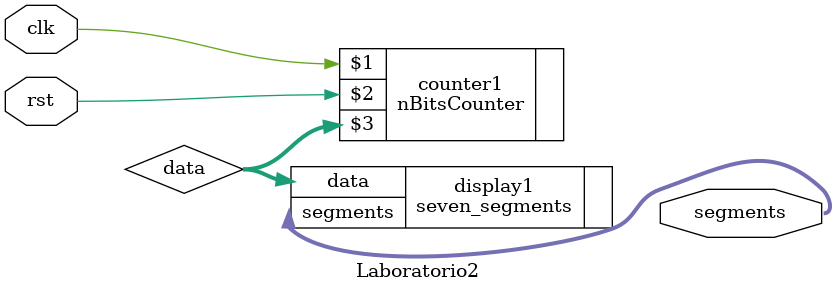
<source format=sv>
module Laboratorio2(input logic clk, input logic rst, output logic [6:0]segments);
	logic [3:0] data;
	nBitsCounter #(.n_bits(3))  counter1(clk,rst, data);
	seven_segments display1 (.data(data), .segments(segments));
endmodule





</source>
